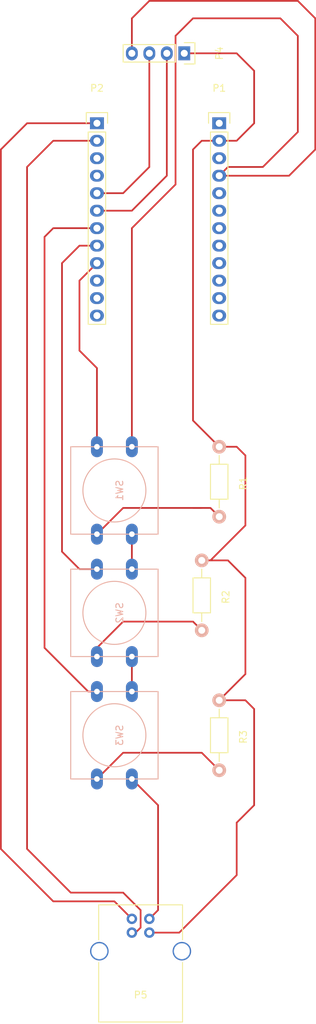
<source format=kicad_pcb>
(kicad_pcb (version 4) (host pcbnew 4.0.4-stable)

  (general
    (links 27)
    (no_connects 7)
    (area 87.304999 45.394999 127.325002 179.305001)
    (thickness 1.6)
    (drawings 0)
    (tracks 97)
    (zones 0)
    (modules 10)
    (nets 26)
  )

  (page A4)
  (layers
    (0 F.Cu signal)
    (31 B.Cu signal)
    (32 B.Adhes user)
    (33 F.Adhes user)
    (34 B.Paste user)
    (35 F.Paste user)
    (36 B.SilkS user)
    (37 F.SilkS user)
    (38 B.Mask user)
    (39 F.Mask user)
    (40 Dwgs.User user)
    (41 Cmts.User user)
    (42 Eco1.User user)
    (43 Eco2.User user)
    (44 Edge.Cuts user)
    (45 Margin user)
    (46 B.CrtYd user)
    (47 F.CrtYd user)
    (48 B.Fab user)
    (49 F.Fab user)
  )

  (setup
    (last_trace_width 0.25)
    (trace_clearance 0.2)
    (zone_clearance 0.508)
    (zone_45_only no)
    (trace_min 0.2)
    (segment_width 0.2)
    (edge_width 0.15)
    (via_size 0.6)
    (via_drill 0.4)
    (via_min_size 0.4)
    (via_min_drill 0.3)
    (uvia_size 0.3)
    (uvia_drill 0.1)
    (uvias_allowed no)
    (uvia_min_size 0.2)
    (uvia_min_drill 0.1)
    (pcb_text_width 0.3)
    (pcb_text_size 1.5 1.5)
    (mod_edge_width 0.15)
    (mod_text_size 1 1)
    (mod_text_width 0.15)
    (pad_size 1.524 1.524)
    (pad_drill 0.762)
    (pad_to_mask_clearance 0.2)
    (aux_axis_origin 0 0)
    (visible_elements 7FFFFFFF)
    (pcbplotparams
      (layerselection 0x00030_80000001)
      (usegerberextensions false)
      (excludeedgelayer true)
      (linewidth 0.100000)
      (plotframeref false)
      (viasonmask false)
      (mode 1)
      (useauxorigin false)
      (hpglpennumber 1)
      (hpglpenspeed 20)
      (hpglpendiameter 15)
      (hpglpenoverlay 2)
      (psnegative false)
      (psa4output false)
      (plotreference true)
      (plotvalue true)
      (plotinvisibletext false)
      (padsonsilk false)
      (subtractmaskfromsilk false)
      (outputformat 1)
      (mirror false)
      (drillshape 1)
      (scaleselection 1)
      (outputdirectory ""))
  )

  (net 0 "")
  (net 1 10)
  (net 2 GND)
  (net 3 "Net-(P1-Pad1)")
  (net 4 "Net-(P1-Pad3)")
  (net 5 PWR)
  (net 6 A2)
  (net 7 A1)
  (net 8 A0)
  (net 9 13)
  (net 10 12)
  (net 11 11)
  (net 12 "Net-(P2-Pad3)")
  (net 13 2)
  (net 14 4)
  (net 15 5)
  (net 16 6)
  (net 17 7)
  (net 18 8)
  (net 19 9)
  (net 20 A3)
  (net 21 3)
  (net 22 "Net-(P2-Pad4)")
  (net 23 TX)
  (net 24 RX)
  (net 25 "Net-(P5-Pad5)")

  (net_class Default "This is the default net class."
    (clearance 0.2)
    (trace_width 0.25)
    (via_dia 0.6)
    (via_drill 0.4)
    (uvia_dia 0.3)
    (uvia_drill 0.1)
    (add_net 10)
    (add_net 11)
    (add_net 12)
    (add_net 13)
    (add_net 2)
    (add_net 3)
    (add_net 4)
    (add_net 5)
    (add_net 6)
    (add_net 7)
    (add_net 8)
    (add_net 9)
    (add_net A0)
    (add_net A1)
    (add_net A2)
    (add_net A3)
    (add_net GND)
    (add_net "Net-(P1-Pad1)")
    (add_net "Net-(P1-Pad3)")
    (add_net "Net-(P2-Pad3)")
    (add_net "Net-(P2-Pad4)")
    (add_net "Net-(P5-Pad5)")
    (add_net PWR)
    (add_net RX)
    (add_net TX)
  )

  (module Buttons_Switches_ThroughHole:SW_PUSH-12mm (layer B.Cu) (tedit 53FD9538) (tstamp 584646D3)
    (at 104.14 113.03 90)
    (path /58406ACB)
    (fp_text reference SW1 (at 0 0.762 90) (layer B.SilkS)
      (effects (font (size 1 1) (thickness 0.15)) (justify mirror))
    )
    (fp_text value SW_PUSH_R (at 0 -1.016 90) (layer B.Fab)
      (effects (font (size 1 1) (thickness 0.15)) (justify mirror))
    )
    (fp_circle (center 0 0) (end 3.81 -2.54) (layer B.SilkS) (width 0.15))
    (fp_line (start -6.35 6.35) (end 6.35 6.35) (layer B.SilkS) (width 0.15))
    (fp_line (start 6.35 6.35) (end 6.35 -6.35) (layer B.SilkS) (width 0.15))
    (fp_line (start 6.35 -6.35) (end -6.35 -6.35) (layer B.SilkS) (width 0.15))
    (fp_line (start -6.35 -6.35) (end -6.35 6.35) (layer B.SilkS) (width 0.15))
    (pad 1 thru_hole oval (at 6.35 2.54 90) (size 3.048 1.7272) (drill 0.8128) (layers *.Cu *.Mask)
      (net 5 PWR))
    (pad 2 thru_hole oval (at 6.35 -2.54 90) (size 3.048 1.7272) (drill 0.8128) (layers *.Cu *.Mask)
      (net 16 6))
    (pad 1 thru_hole oval (at -6.35 2.54 90) (size 3.048 1.7272) (drill 0.8128) (layers *.Cu *.Mask)
      (net 5 PWR))
    (pad 2 thru_hole oval (at -6.35 -2.54 90) (size 3.048 1.7272) (drill 0.8128) (layers *.Cu *.Mask)
      (net 16 6))
    (model Buttons_Switches_ThroughHole.3dshapes/SW_PUSH-12mm.wrl
      (at (xyz 0 0 0))
      (scale (xyz 4 4 4))
      (rotate (xyz 0 0 0))
    )
  )

  (module Pin_Headers:Pin_Header_Straight_1x12 (layer F.Cu) (tedit 0) (tstamp 58464675)
    (at 119.38 59.69)
    (descr "Through hole pin header")
    (tags "pin header")
    (path /5834738F)
    (fp_text reference P1 (at 0 -5.1) (layer F.SilkS)
      (effects (font (size 1 1) (thickness 0.15)))
    )
    (fp_text value arduino_mini (at 0 -3.1) (layer F.Fab)
      (effects (font (size 1 1) (thickness 0.15)))
    )
    (fp_line (start -1.75 -1.75) (end -1.75 29.7) (layer F.CrtYd) (width 0.05))
    (fp_line (start 1.75 -1.75) (end 1.75 29.7) (layer F.CrtYd) (width 0.05))
    (fp_line (start -1.75 -1.75) (end 1.75 -1.75) (layer F.CrtYd) (width 0.05))
    (fp_line (start -1.75 29.7) (end 1.75 29.7) (layer F.CrtYd) (width 0.05))
    (fp_line (start 1.27 1.27) (end 1.27 29.21) (layer F.SilkS) (width 0.15))
    (fp_line (start 1.27 29.21) (end -1.27 29.21) (layer F.SilkS) (width 0.15))
    (fp_line (start -1.27 29.21) (end -1.27 1.27) (layer F.SilkS) (width 0.15))
    (fp_line (start 1.55 -1.55) (end 1.55 0) (layer F.SilkS) (width 0.15))
    (fp_line (start 1.27 1.27) (end -1.27 1.27) (layer F.SilkS) (width 0.15))
    (fp_line (start -1.55 0) (end -1.55 -1.55) (layer F.SilkS) (width 0.15))
    (fp_line (start -1.55 -1.55) (end 1.55 -1.55) (layer F.SilkS) (width 0.15))
    (pad 1 thru_hole rect (at 0 0) (size 2.032 1.7272) (drill 1.016) (layers *.Cu *.Mask)
      (net 3 "Net-(P1-Pad1)"))
    (pad 2 thru_hole oval (at 0 2.54) (size 2.032 1.7272) (drill 1.016) (layers *.Cu *.Mask)
      (net 2 GND))
    (pad 3 thru_hole oval (at 0 5.08) (size 2.032 1.7272) (drill 1.016) (layers *.Cu *.Mask)
      (net 4 "Net-(P1-Pad3)"))
    (pad 4 thru_hole oval (at 0 7.62) (size 2.032 1.7272) (drill 1.016) (layers *.Cu *.Mask)
      (net 5 PWR))
    (pad 5 thru_hole oval (at 0 10.16) (size 2.032 1.7272) (drill 1.016) (layers *.Cu *.Mask)
      (net 20 A3))
    (pad 6 thru_hole oval (at 0 12.7) (size 2.032 1.7272) (drill 1.016) (layers *.Cu *.Mask)
      (net 6 A2))
    (pad 7 thru_hole oval (at 0 15.24) (size 2.032 1.7272) (drill 1.016) (layers *.Cu *.Mask)
      (net 7 A1))
    (pad 8 thru_hole oval (at 0 17.78) (size 2.032 1.7272) (drill 1.016) (layers *.Cu *.Mask)
      (net 8 A0))
    (pad 9 thru_hole oval (at 0 20.32) (size 2.032 1.7272) (drill 1.016) (layers *.Cu *.Mask)
      (net 9 13))
    (pad 10 thru_hole oval (at 0 22.86) (size 2.032 1.7272) (drill 1.016) (layers *.Cu *.Mask)
      (net 10 12))
    (pad 11 thru_hole oval (at 0 25.4) (size 2.032 1.7272) (drill 1.016) (layers *.Cu *.Mask)
      (net 11 11))
    (pad 12 thru_hole oval (at 0 27.94) (size 2.032 1.7272) (drill 1.016) (layers *.Cu *.Mask)
      (net 1 10))
    (model Pin_Headers.3dshapes/Pin_Header_Straight_1x12.wrl
      (at (xyz 0 -0.55 0))
      (scale (xyz 1 1 1))
      (rotate (xyz 0 0 90))
    )
  )

  (module Pin_Headers:Pin_Header_Straight_1x12 (layer F.Cu) (tedit 0) (tstamp 58464685)
    (at 101.6 59.69)
    (descr "Through hole pin header")
    (tags "pin header")
    (path /58347303)
    (fp_text reference P2 (at 0 -5.1) (layer F.SilkS)
      (effects (font (size 1 1) (thickness 0.15)))
    )
    (fp_text value arduino_mini (at 0 -3.1) (layer F.Fab)
      (effects (font (size 1 1) (thickness 0.15)))
    )
    (fp_line (start -1.75 -1.75) (end -1.75 29.7) (layer F.CrtYd) (width 0.05))
    (fp_line (start 1.75 -1.75) (end 1.75 29.7) (layer F.CrtYd) (width 0.05))
    (fp_line (start -1.75 -1.75) (end 1.75 -1.75) (layer F.CrtYd) (width 0.05))
    (fp_line (start -1.75 29.7) (end 1.75 29.7) (layer F.CrtYd) (width 0.05))
    (fp_line (start 1.27 1.27) (end 1.27 29.21) (layer F.SilkS) (width 0.15))
    (fp_line (start 1.27 29.21) (end -1.27 29.21) (layer F.SilkS) (width 0.15))
    (fp_line (start -1.27 29.21) (end -1.27 1.27) (layer F.SilkS) (width 0.15))
    (fp_line (start 1.55 -1.55) (end 1.55 0) (layer F.SilkS) (width 0.15))
    (fp_line (start 1.27 1.27) (end -1.27 1.27) (layer F.SilkS) (width 0.15))
    (fp_line (start -1.55 0) (end -1.55 -1.55) (layer F.SilkS) (width 0.15))
    (fp_line (start -1.55 -1.55) (end 1.55 -1.55) (layer F.SilkS) (width 0.15))
    (pad 1 thru_hole rect (at 0 0) (size 2.032 1.7272) (drill 1.016) (layers *.Cu *.Mask)
      (net 23 TX))
    (pad 2 thru_hole oval (at 0 2.54) (size 2.032 1.7272) (drill 1.016) (layers *.Cu *.Mask)
      (net 24 RX))
    (pad 3 thru_hole oval (at 0 5.08) (size 2.032 1.7272) (drill 1.016) (layers *.Cu *.Mask)
      (net 12 "Net-(P2-Pad3)"))
    (pad 4 thru_hole oval (at 0 7.62) (size 2.032 1.7272) (drill 1.016) (layers *.Cu *.Mask)
      (net 22 "Net-(P2-Pad4)"))
    (pad 5 thru_hole oval (at 0 10.16) (size 2.032 1.7272) (drill 1.016) (layers *.Cu *.Mask)
      (net 13 2))
    (pad 6 thru_hole oval (at 0 12.7) (size 2.032 1.7272) (drill 1.016) (layers *.Cu *.Mask)
      (net 21 3))
    (pad 7 thru_hole oval (at 0 15.24) (size 2.032 1.7272) (drill 1.016) (layers *.Cu *.Mask)
      (net 14 4))
    (pad 8 thru_hole oval (at 0 17.78) (size 2.032 1.7272) (drill 1.016) (layers *.Cu *.Mask)
      (net 15 5))
    (pad 9 thru_hole oval (at 0 20.32) (size 2.032 1.7272) (drill 1.016) (layers *.Cu *.Mask)
      (net 16 6))
    (pad 10 thru_hole oval (at 0 22.86) (size 2.032 1.7272) (drill 1.016) (layers *.Cu *.Mask)
      (net 17 7))
    (pad 11 thru_hole oval (at 0 25.4) (size 2.032 1.7272) (drill 1.016) (layers *.Cu *.Mask)
      (net 18 8))
    (pad 12 thru_hole oval (at 0 27.94) (size 2.032 1.7272) (drill 1.016) (layers *.Cu *.Mask)
      (net 19 9))
    (model Pin_Headers.3dshapes/Pin_Header_Straight_1x12.wrl
      (at (xyz 0 -0.55 0))
      (scale (xyz 1 1 1))
      (rotate (xyz 0 0 90))
    )
  )

  (module Pin_Headers:Pin_Header_Straight_1x04 (layer F.Cu) (tedit 0) (tstamp 58464696)
    (at 114.3 49.53 270)
    (descr "Through hole pin header")
    (tags "pin header")
    (path /5840776A)
    (fp_text reference P4 (at 0 -5.1 270) (layer F.SilkS)
      (effects (font (size 1 1) (thickness 0.15)))
    )
    (fp_text value DOTSTAR (at 0 -3.1 270) (layer F.Fab)
      (effects (font (size 1 1) (thickness 0.15)))
    )
    (fp_line (start -1.75 -1.75) (end -1.75 9.4) (layer F.CrtYd) (width 0.05))
    (fp_line (start 1.75 -1.75) (end 1.75 9.4) (layer F.CrtYd) (width 0.05))
    (fp_line (start -1.75 -1.75) (end 1.75 -1.75) (layer F.CrtYd) (width 0.05))
    (fp_line (start -1.75 9.4) (end 1.75 9.4) (layer F.CrtYd) (width 0.05))
    (fp_line (start -1.27 1.27) (end -1.27 8.89) (layer F.SilkS) (width 0.15))
    (fp_line (start 1.27 1.27) (end 1.27 8.89) (layer F.SilkS) (width 0.15))
    (fp_line (start 1.55 -1.55) (end 1.55 0) (layer F.SilkS) (width 0.15))
    (fp_line (start -1.27 8.89) (end 1.27 8.89) (layer F.SilkS) (width 0.15))
    (fp_line (start 1.27 1.27) (end -1.27 1.27) (layer F.SilkS) (width 0.15))
    (fp_line (start -1.55 0) (end -1.55 -1.55) (layer F.SilkS) (width 0.15))
    (fp_line (start -1.55 -1.55) (end 1.55 -1.55) (layer F.SilkS) (width 0.15))
    (pad 1 thru_hole rect (at 0 0 270) (size 2.032 1.7272) (drill 1.016) (layers *.Cu *.Mask)
      (net 2 GND))
    (pad 2 thru_hole oval (at 0 2.54 270) (size 2.032 1.7272) (drill 1.016) (layers *.Cu *.Mask)
      (net 21 3))
    (pad 3 thru_hole oval (at 0 5.08 270) (size 2.032 1.7272) (drill 1.016) (layers *.Cu *.Mask)
      (net 13 2))
    (pad 4 thru_hole oval (at 0 7.62 270) (size 2.032 1.7272) (drill 1.016) (layers *.Cu *.Mask)
      (net 5 PWR))
    (model Pin_Headers.3dshapes/Pin_Header_Straight_1x04.wrl
      (at (xyz 0 -0.15 0))
      (scale (xyz 1 1 1))
      (rotate (xyz 0 0 90))
    )
  )

  (module Resistors_ThroughHole:Resistor_Horizontal_RM10mm (layer F.Cu) (tedit 56648415) (tstamp 584646A6)
    (at 119.38 106.68 270)
    (descr "Resistor, Axial,  RM 10mm, 1/3W")
    (tags "Resistor Axial RM 10mm 1/3W")
    (path /58406A0D)
    (fp_text reference R1 (at 5.32892 -3.50012 270) (layer F.SilkS)
      (effects (font (size 1 1) (thickness 0.15)))
    )
    (fp_text value R (at 5.08 3.81 270) (layer F.Fab)
      (effects (font (size 1 1) (thickness 0.15)))
    )
    (fp_line (start -1.25 -1.5) (end 11.4 -1.5) (layer F.CrtYd) (width 0.05))
    (fp_line (start -1.25 1.5) (end -1.25 -1.5) (layer F.CrtYd) (width 0.05))
    (fp_line (start 11.4 -1.5) (end 11.4 1.5) (layer F.CrtYd) (width 0.05))
    (fp_line (start -1.25 1.5) (end 11.4 1.5) (layer F.CrtYd) (width 0.05))
    (fp_line (start 2.54 -1.27) (end 7.62 -1.27) (layer F.SilkS) (width 0.15))
    (fp_line (start 7.62 -1.27) (end 7.62 1.27) (layer F.SilkS) (width 0.15))
    (fp_line (start 7.62 1.27) (end 2.54 1.27) (layer F.SilkS) (width 0.15))
    (fp_line (start 2.54 1.27) (end 2.54 -1.27) (layer F.SilkS) (width 0.15))
    (fp_line (start 2.54 0) (end 1.27 0) (layer F.SilkS) (width 0.15))
    (fp_line (start 7.62 0) (end 8.89 0) (layer F.SilkS) (width 0.15))
    (pad 1 thru_hole circle (at 0 0 270) (size 1.99898 1.99898) (drill 1.00076) (layers *.Cu *.SilkS *.Mask)
      (net 2 GND))
    (pad 2 thru_hole circle (at 10.16 0 270) (size 1.99898 1.99898) (drill 1.00076) (layers *.Cu *.SilkS *.Mask)
      (net 16 6))
    (model Resistors_ThroughHole.3dshapes/Resistor_Horizontal_RM10mm.wrl
      (at (xyz 0.2 0 0))
      (scale (xyz 0.4 0.4 0.4))
      (rotate (xyz 0 0 0))
    )
  )

  (module Resistors_ThroughHole:Resistor_Horizontal_RM10mm (layer F.Cu) (tedit 56648415) (tstamp 584646B6)
    (at 116.84 123.19 270)
    (descr "Resistor, Axial,  RM 10mm, 1/3W")
    (tags "Resistor Axial RM 10mm 1/3W")
    (path /58406D61)
    (fp_text reference R2 (at 5.32892 -3.50012 270) (layer F.SilkS)
      (effects (font (size 1 1) (thickness 0.15)))
    )
    (fp_text value R (at 5.08 3.81 270) (layer F.Fab)
      (effects (font (size 1 1) (thickness 0.15)))
    )
    (fp_line (start -1.25 -1.5) (end 11.4 -1.5) (layer F.CrtYd) (width 0.05))
    (fp_line (start -1.25 1.5) (end -1.25 -1.5) (layer F.CrtYd) (width 0.05))
    (fp_line (start 11.4 -1.5) (end 11.4 1.5) (layer F.CrtYd) (width 0.05))
    (fp_line (start -1.25 1.5) (end 11.4 1.5) (layer F.CrtYd) (width 0.05))
    (fp_line (start 2.54 -1.27) (end 7.62 -1.27) (layer F.SilkS) (width 0.15))
    (fp_line (start 7.62 -1.27) (end 7.62 1.27) (layer F.SilkS) (width 0.15))
    (fp_line (start 7.62 1.27) (end 2.54 1.27) (layer F.SilkS) (width 0.15))
    (fp_line (start 2.54 1.27) (end 2.54 -1.27) (layer F.SilkS) (width 0.15))
    (fp_line (start 2.54 0) (end 1.27 0) (layer F.SilkS) (width 0.15))
    (fp_line (start 7.62 0) (end 8.89 0) (layer F.SilkS) (width 0.15))
    (pad 1 thru_hole circle (at 0 0 270) (size 1.99898 1.99898) (drill 1.00076) (layers *.Cu *.SilkS *.Mask)
      (net 2 GND))
    (pad 2 thru_hole circle (at 10.16 0 270) (size 1.99898 1.99898) (drill 1.00076) (layers *.Cu *.SilkS *.Mask)
      (net 15 5))
    (model Resistors_ThroughHole.3dshapes/Resistor_Horizontal_RM10mm.wrl
      (at (xyz 0.2 0 0))
      (scale (xyz 0.4 0.4 0.4))
      (rotate (xyz 0 0 0))
    )
  )

  (module Resistors_ThroughHole:Resistor_Horizontal_RM10mm (layer F.Cu) (tedit 56648415) (tstamp 584646C6)
    (at 119.38 143.51 270)
    (descr "Resistor, Axial,  RM 10mm, 1/3W")
    (tags "Resistor Axial RM 10mm 1/3W")
    (path /58406E3E)
    (fp_text reference R3 (at 5.32892 -3.50012 270) (layer F.SilkS)
      (effects (font (size 1 1) (thickness 0.15)))
    )
    (fp_text value R (at 5.08 3.81 270) (layer F.Fab)
      (effects (font (size 1 1) (thickness 0.15)))
    )
    (fp_line (start -1.25 -1.5) (end 11.4 -1.5) (layer F.CrtYd) (width 0.05))
    (fp_line (start -1.25 1.5) (end -1.25 -1.5) (layer F.CrtYd) (width 0.05))
    (fp_line (start 11.4 -1.5) (end 11.4 1.5) (layer F.CrtYd) (width 0.05))
    (fp_line (start -1.25 1.5) (end 11.4 1.5) (layer F.CrtYd) (width 0.05))
    (fp_line (start 2.54 -1.27) (end 7.62 -1.27) (layer F.SilkS) (width 0.15))
    (fp_line (start 7.62 -1.27) (end 7.62 1.27) (layer F.SilkS) (width 0.15))
    (fp_line (start 7.62 1.27) (end 2.54 1.27) (layer F.SilkS) (width 0.15))
    (fp_line (start 2.54 1.27) (end 2.54 -1.27) (layer F.SilkS) (width 0.15))
    (fp_line (start 2.54 0) (end 1.27 0) (layer F.SilkS) (width 0.15))
    (fp_line (start 7.62 0) (end 8.89 0) (layer F.SilkS) (width 0.15))
    (pad 1 thru_hole circle (at 0 0 270) (size 1.99898 1.99898) (drill 1.00076) (layers *.Cu *.SilkS *.Mask)
      (net 2 GND))
    (pad 2 thru_hole circle (at 10.16 0 270) (size 1.99898 1.99898) (drill 1.00076) (layers *.Cu *.SilkS *.Mask)
      (net 14 4))
    (model Resistors_ThroughHole.3dshapes/Resistor_Horizontal_RM10mm.wrl
      (at (xyz 0.2 0 0))
      (scale (xyz 0.4 0.4 0.4))
      (rotate (xyz 0 0 0))
    )
  )

  (module Buttons_Switches_ThroughHole:SW_PUSH-12mm (layer B.Cu) (tedit 53FD9538) (tstamp 584646E0)
    (at 104.14 130.81 90)
    (path /58406D67)
    (fp_text reference SW2 (at 0 0.762 90) (layer B.SilkS)
      (effects (font (size 1 1) (thickness 0.15)) (justify mirror))
    )
    (fp_text value SW_PUSH_B (at 0 -1.016 90) (layer B.Fab)
      (effects (font (size 1 1) (thickness 0.15)) (justify mirror))
    )
    (fp_circle (center 0 0) (end 3.81 -2.54) (layer B.SilkS) (width 0.15))
    (fp_line (start -6.35 6.35) (end 6.35 6.35) (layer B.SilkS) (width 0.15))
    (fp_line (start 6.35 6.35) (end 6.35 -6.35) (layer B.SilkS) (width 0.15))
    (fp_line (start 6.35 -6.35) (end -6.35 -6.35) (layer B.SilkS) (width 0.15))
    (fp_line (start -6.35 -6.35) (end -6.35 6.35) (layer B.SilkS) (width 0.15))
    (pad 1 thru_hole oval (at 6.35 2.54 90) (size 3.048 1.7272) (drill 0.8128) (layers *.Cu *.Mask)
      (net 5 PWR))
    (pad 2 thru_hole oval (at 6.35 -2.54 90) (size 3.048 1.7272) (drill 0.8128) (layers *.Cu *.Mask)
      (net 15 5))
    (pad 1 thru_hole oval (at -6.35 2.54 90) (size 3.048 1.7272) (drill 0.8128) (layers *.Cu *.Mask)
      (net 5 PWR))
    (pad 2 thru_hole oval (at -6.35 -2.54 90) (size 3.048 1.7272) (drill 0.8128) (layers *.Cu *.Mask)
      (net 15 5))
    (model Buttons_Switches_ThroughHole.3dshapes/SW_PUSH-12mm.wrl
      (at (xyz 0 0 0))
      (scale (xyz 4 4 4))
      (rotate (xyz 0 0 0))
    )
  )

  (module Buttons_Switches_ThroughHole:SW_PUSH-12mm (layer B.Cu) (tedit 53FD9538) (tstamp 584646ED)
    (at 104.14 148.59 90)
    (path /58406E44)
    (fp_text reference SW3 (at 0 0.762 90) (layer B.SilkS)
      (effects (font (size 1 1) (thickness 0.15)) (justify mirror))
    )
    (fp_text value SW_PUSH_G (at 0 -1.016 90) (layer B.Fab)
      (effects (font (size 1 1) (thickness 0.15)) (justify mirror))
    )
    (fp_circle (center 0 0) (end 3.81 -2.54) (layer B.SilkS) (width 0.15))
    (fp_line (start -6.35 6.35) (end 6.35 6.35) (layer B.SilkS) (width 0.15))
    (fp_line (start 6.35 6.35) (end 6.35 -6.35) (layer B.SilkS) (width 0.15))
    (fp_line (start 6.35 -6.35) (end -6.35 -6.35) (layer B.SilkS) (width 0.15))
    (fp_line (start -6.35 -6.35) (end -6.35 6.35) (layer B.SilkS) (width 0.15))
    (pad 1 thru_hole oval (at 6.35 2.54 90) (size 3.048 1.7272) (drill 0.8128) (layers *.Cu *.Mask)
      (net 5 PWR))
    (pad 2 thru_hole oval (at 6.35 -2.54 90) (size 3.048 1.7272) (drill 0.8128) (layers *.Cu *.Mask)
      (net 14 4))
    (pad 1 thru_hole oval (at -6.35 2.54 90) (size 3.048 1.7272) (drill 0.8128) (layers *.Cu *.Mask)
      (net 5 PWR))
    (pad 2 thru_hole oval (at -6.35 -2.54 90) (size 3.048 1.7272) (drill 0.8128) (layers *.Cu *.Mask)
      (net 14 4))
    (model Buttons_Switches_ThroughHole.3dshapes/SW_PUSH-12mm.wrl
      (at (xyz 0 0 0))
      (scale (xyz 4 4 4))
      (rotate (xyz 0 0 0))
    )
  )

  (module Connect:USB_B (layer F.Cu) (tedit 55B36073) (tstamp 5849AD49)
    (at 109.22 175.26 270)
    (descr "USB B connector")
    (tags "USB_B USB_DEV")
    (path /5849C52D)
    (fp_text reference P5 (at 11.049 1.27 360) (layer F.SilkS)
      (effects (font (size 1 1) (thickness 0.15)))
    )
    (fp_text value USB_B (at 4.699 1.27 360) (layer F.Fab)
      (effects (font (size 1 1) (thickness 0.15)))
    )
    (fp_line (start 15.25 8.9) (end -2.3 8.9) (layer F.CrtYd) (width 0.05))
    (fp_line (start -2.3 8.9) (end -2.3 -6.35) (layer F.CrtYd) (width 0.05))
    (fp_line (start -2.3 -6.35) (end 15.25 -6.35) (layer F.CrtYd) (width 0.05))
    (fp_line (start 15.25 -6.35) (end 15.25 8.9) (layer F.CrtYd) (width 0.05))
    (fp_line (start 6.35 7.366) (end 14.986 7.366) (layer F.SilkS) (width 0.15))
    (fp_line (start -2.032 7.366) (end 3.048 7.366) (layer F.SilkS) (width 0.15))
    (fp_line (start 6.35 -4.826) (end 14.986 -4.826) (layer F.SilkS) (width 0.15))
    (fp_line (start -2.032 -4.826) (end 3.048 -4.826) (layer F.SilkS) (width 0.15))
    (fp_line (start 14.986 -4.826) (end 14.986 7.366) (layer F.SilkS) (width 0.15))
    (fp_line (start -2.032 7.366) (end -2.032 -4.826) (layer F.SilkS) (width 0.15))
    (pad 2 thru_hole circle (at 0 2.54 180) (size 1.524 1.524) (drill 0.8128) (layers *.Cu *.Mask)
      (net 23 TX))
    (pad 1 thru_hole circle (at 0 0 180) (size 1.524 1.524) (drill 0.8128) (layers *.Cu *.Mask)
      (net 5 PWR))
    (pad 4 thru_hole circle (at 1.99898 0 180) (size 1.524 1.524) (drill 0.8128) (layers *.Cu *.Mask)
      (net 2 GND))
    (pad 3 thru_hole circle (at 1.99898 2.54 180) (size 1.524 1.524) (drill 0.8128) (layers *.Cu *.Mask)
      (net 24 RX))
    (pad 5 thru_hole circle (at 4.699 7.26948 180) (size 2.70002 2.70002) (drill 2.30124) (layers *.Cu *.Mask)
      (net 25 "Net-(P5-Pad5)"))
    (pad 5 thru_hole circle (at 4.699 -4.72948 180) (size 2.70002 2.70002) (drill 2.30124) (layers *.Cu *.Mask)
      (net 25 "Net-(P5-Pad5)"))
    (model Connect.3dshapes/USB_B.wrl
      (at (xyz 0.185 -0.05 0.001))
      (scale (xyz 0.3937 0.3937 0.3937))
      (rotate (xyz 0 0 -90))
    )
  )

  (segment (start 115.57 63.5) (end 115.57 102.87) (width 0.25) (layer F.Cu) (net 2))
  (segment (start 121.92 161.29) (end 121.92 168.91) (width 0.25) (layer F.Cu) (net 2))
  (segment (start 121.92 161.29) (end 124.46 158.75) (width 0.25) (layer F.Cu) (net 2) (tstamp 5849B040))
  (segment (start 124.46 158.75) (end 124.46 144.78) (width 0.25) (layer F.Cu) (net 2) (tstamp 5849B042))
  (segment (start 124.46 144.78) (end 123.19 143.51) (width 0.25) (layer F.Cu) (net 2) (tstamp 5849B044))
  (segment (start 119.38 143.51) (end 123.19 143.51) (width 0.25) (layer F.Cu) (net 2) (tstamp 5849B046))
  (segment (start 113.57102 177.25898) (end 109.22 177.25898) (width 0.25) (layer F.Cu) (net 2) (tstamp 5849C6D8) (status 800000))
  (segment (start 121.92 168.91) (end 113.57102 177.25898) (width 0.25) (layer F.Cu) (net 2) (tstamp 5849C6D1))
  (segment (start 116.84 123.19) (end 118.11 123.19) (width 0.25) (layer F.Cu) (net 2))
  (segment (start 123.19 118.11) (end 123.19 107.95) (width 0.25) (layer F.Cu) (net 2) (tstamp 5849B104))
  (segment (start 123.19 107.95) (end 121.92 106.68) (width 0.25) (layer F.Cu) (net 2) (tstamp 5849B106))
  (segment (start 121.92 106.68) (end 119.38 106.68) (width 0.25) (layer F.Cu) (net 2) (tstamp 5849B108))
  (segment (start 118.11 123.19) (end 123.19 118.11) (width 0.25) (layer F.Cu) (net 2) (tstamp 5849B102))
  (segment (start 116.84 62.23) (end 119.38 62.23) (width 0.25) (layer F.Cu) (net 2) (tstamp 5849B501))
  (segment (start 115.57 63.5) (end 116.84 62.23) (width 0.25) (layer F.Cu) (net 2) (tstamp 5849C743))
  (segment (start 119.38 106.68) (end 115.57 102.87) (width 0.25) (layer F.Cu) (net 2))
  (segment (start 114.3 49.53) (end 121.92 49.53) (width 0.25) (layer F.Cu) (net 2))
  (segment (start 121.92 62.23) (end 119.38 62.23) (width 0.25) (layer F.Cu) (net 2) (tstamp 5849B206))
  (segment (start 124.46 59.69) (end 121.92 62.23) (width 0.25) (layer F.Cu) (net 2) (tstamp 5849B204))
  (segment (start 124.46 52.07) (end 124.46 59.69) (width 0.25) (layer F.Cu) (net 2) (tstamp 5849B202))
  (segment (start 121.92 49.53) (end 124.46 52.07) (width 0.25) (layer F.Cu) (net 2) (tstamp 5849B200))
  (segment (start 120.65 123.19) (end 116.84 123.19) (width 0.25) (layer F.Cu) (net 2) (tstamp 5849B0FE))
  (segment (start 119.38 143.51) (end 123.19 139.7) (width 0.25) (layer F.Cu) (net 2))
  (segment (start 123.19 139.7) (end 123.19 125.73) (width 0.25) (layer F.Cu) (net 2) (tstamp 5849B0FB))
  (segment (start 123.19 125.73) (end 120.65 123.19) (width 0.25) (layer F.Cu) (net 2) (tstamp 5849B0FC))
  (segment (start 113.03 46.99) (end 115.57 44.45) (width 0.25) (layer F.Cu) (net 5))
  (segment (start 120.65 66.04) (end 119.38 67.31) (width 0.25) (layer F.Cu) (net 5) (tstamp 5849C76F) (status 800000))
  (segment (start 125.73 66.04) (end 120.65 66.04) (width 0.25) (layer F.Cu) (net 5) (tstamp 5849C76B))
  (segment (start 130.81 60.96) (end 125.73 66.04) (width 0.25) (layer F.Cu) (net 5) (tstamp 5849C769))
  (segment (start 130.81 46.99) (end 130.81 60.96) (width 0.25) (layer F.Cu) (net 5) (tstamp 5849C766))
  (segment (start 128.27 44.45) (end 130.81 46.99) (width 0.25) (layer F.Cu) (net 5) (tstamp 5849C764))
  (segment (start 115.57 44.45) (end 128.27 44.45) (width 0.25) (layer F.Cu) (net 5) (tstamp 5849C761))
  (segment (start 106.68 46.99) (end 106.68 44.45) (width 0.25) (layer F.Cu) (net 5))
  (segment (start 129.54 67.31) (end 119.38 67.31) (width 0.25) (layer F.Cu) (net 5) (tstamp 5849C758) (status 800000))
  (segment (start 133.35 63.5) (end 129.54 67.31) (width 0.25) (layer F.Cu) (net 5) (tstamp 5849C756))
  (segment (start 133.35 44.45) (end 133.35 63.5) (width 0.25) (layer F.Cu) (net 5) (tstamp 5849C754))
  (segment (start 130.81 41.91) (end 133.35 44.45) (width 0.25) (layer F.Cu) (net 5) (tstamp 5849C750))
  (segment (start 109.22 41.91) (end 130.81 41.91) (width 0.25) (layer F.Cu) (net 5) (tstamp 5849C74E))
  (segment (start 106.68 44.45) (end 109.22 41.91) (width 0.25) (layer F.Cu) (net 5) (tstamp 5849C74D))
  (segment (start 106.68 49.53) (end 106.68 46.99) (width 0.25) (layer F.Cu) (net 5))
  (segment (start 106.68 154.94) (end 110.49 158.75) (width 0.25) (layer F.Cu) (net 5) (status 400000))
  (segment (start 110.49 173.99) (end 109.22 175.26) (width 0.25) (layer F.Cu) (net 5) (tstamp 5849C6E4) (status 800000))
  (segment (start 110.49 158.75) (end 110.49 173.99) (width 0.25) (layer F.Cu) (net 5) (tstamp 5849C6DE))
  (segment (start 106.68 106.68) (end 106.68 74.93) (width 0.25) (layer F.Cu) (net 5))
  (segment (start 113.03 68.58) (end 113.03 46.99) (width 0.25) (layer F.Cu) (net 5) (tstamp 5849B7C3))
  (segment (start 106.68 74.93) (end 113.03 68.58) (width 0.25) (layer F.Cu) (net 5) (tstamp 5849B7C1))
  (segment (start 106.68 124.46) (end 106.68 119.38) (width 0.25) (layer F.Cu) (net 5))
  (segment (start 106.68 142.24) (end 106.68 137.16) (width 0.25) (layer F.Cu) (net 5))
  (segment (start 109.22 49.53) (end 109.22 66.04) (width 0.25) (layer F.Cu) (net 13))
  (segment (start 105.41 69.85) (end 101.6 69.85) (width 0.25) (layer F.Cu) (net 13) (tstamp 5849B21A))
  (segment (start 109.22 66.04) (end 105.41 69.85) (width 0.25) (layer F.Cu) (net 13) (tstamp 5849B218))
  (segment (start 101.6 142.24) (end 100.33 142.24) (width 0.25) (layer F.Cu) (net 14))
  (segment (start 95.25 74.93) (end 101.6 74.93) (width 0.25) (layer F.Cu) (net 14) (tstamp 5849B7BB))
  (segment (start 93.98 76.2) (end 95.25 74.93) (width 0.25) (layer F.Cu) (net 14) (tstamp 5849B7B9))
  (segment (start 93.98 135.89) (end 93.98 76.2) (width 0.25) (layer F.Cu) (net 14) (tstamp 5849B7B7))
  (segment (start 100.33 142.24) (end 93.98 135.89) (width 0.25) (layer F.Cu) (net 14) (tstamp 5849B7B5))
  (segment (start 101.6 154.94) (end 105.41 151.13) (width 0.25) (layer F.Cu) (net 14))
  (segment (start 116.84 151.13) (end 119.38 153.67) (width 0.25) (layer F.Cu) (net 14) (tstamp 5849B78B))
  (segment (start 114.3 151.13) (end 116.84 151.13) (width 0.25) (layer F.Cu) (net 14) (tstamp 5849B78A))
  (segment (start 105.41 151.13) (end 114.3 151.13) (width 0.25) (layer F.Cu) (net 14) (tstamp 5849B789))
  (segment (start 101.6 124.46) (end 99.06 124.46) (width 0.25) (layer F.Cu) (net 15))
  (segment (start 99.06 77.47) (end 101.6 77.47) (width 0.25) (layer F.Cu) (net 15) (tstamp 5849B7B1))
  (segment (start 96.52 80.01) (end 99.06 77.47) (width 0.25) (layer F.Cu) (net 15) (tstamp 5849B7AF))
  (segment (start 96.52 121.92) (end 96.52 80.01) (width 0.25) (layer F.Cu) (net 15) (tstamp 5849B7AD))
  (segment (start 99.06 124.46) (end 96.52 121.92) (width 0.25) (layer F.Cu) (net 15) (tstamp 5849B7AB))
  (segment (start 101.6 137.16) (end 101.6 135.89) (width 0.25) (layer F.Cu) (net 15))
  (segment (start 101.6 135.89) (end 105.41 132.08) (width 0.25) (layer F.Cu) (net 15) (tstamp 5849B792))
  (segment (start 105.41 132.08) (end 115.57 132.08) (width 0.25) (layer F.Cu) (net 15) (tstamp 5849B794))
  (segment (start 115.57 132.08) (end 116.84 133.35) (width 0.25) (layer F.Cu) (net 15) (tstamp 5849B796))
  (segment (start 99.06 82.55) (end 99.06 92.71) (width 0.25) (layer F.Cu) (net 16))
  (segment (start 101.6 106.68) (end 101.6 95.25) (width 0.25) (layer F.Cu) (net 16))
  (segment (start 101.6 95.25) (end 99.06 92.71) (width 0.25) (layer F.Cu) (net 16) (tstamp 5849B7A3))
  (segment (start 99.06 82.55) (end 101.6 80.01) (width 0.25) (layer F.Cu) (net 16) (tstamp 5849C728))
  (segment (start 101.6 119.38) (end 105.41 115.57) (width 0.25) (layer F.Cu) (net 16))
  (segment (start 118.11 115.57) (end 119.38 116.84) (width 0.25) (layer F.Cu) (net 16) (tstamp 5849B79F))
  (segment (start 115.57 115.57) (end 118.11 115.57) (width 0.25) (layer F.Cu) (net 16) (tstamp 5849B79E))
  (segment (start 116.84 115.57) (end 115.57 115.57) (width 0.25) (layer F.Cu) (net 16) (tstamp 5849B79D))
  (segment (start 105.41 115.57) (end 116.84 115.57) (width 0.25) (layer F.Cu) (net 16) (tstamp 5849B79C))
  (segment (start 111.76 49.53) (end 111.76 67.31) (width 0.25) (layer F.Cu) (net 21))
  (segment (start 106.68 72.39) (end 101.6 72.39) (width 0.25) (layer F.Cu) (net 21) (tstamp 5849B21F))
  (segment (start 111.76 67.31) (end 106.68 72.39) (width 0.25) (layer F.Cu) (net 21) (tstamp 5849B21E))
  (segment (start 106.68 175.26) (end 104.14 172.72) (width 0.25) (layer F.Cu) (net 23) (status 400000))
  (segment (start 95.25 172.72) (end 87.63 165.1) (width 0.25) (layer F.Cu) (net 23) (tstamp 5849B021))
  (segment (start 87.63 165.1) (end 87.63 63.5) (width 0.25) (layer F.Cu) (net 23) (tstamp 5849B023))
  (segment (start 87.63 63.5) (end 91.44 59.69) (width 0.25) (layer F.Cu) (net 23) (tstamp 5849B025))
  (segment (start 91.44 59.69) (end 101.6 59.69) (width 0.25) (layer F.Cu) (net 23) (tstamp 5849B027))
  (segment (start 104.14 172.72) (end 95.25 172.72) (width 0.25) (layer F.Cu) (net 23))
  (segment (start 106.13898 172.17898) (end 107.95 173.99) (width 0.25) (layer F.Cu) (net 24))
  (segment (start 101.6 62.23) (end 95.25 62.23) (width 0.25) (layer F.Cu) (net 24) (tstamp 5849B034))
  (segment (start 91.44 66.04) (end 95.25 62.23) (width 0.25) (layer F.Cu) (net 24) (tstamp 5849B032))
  (segment (start 91.44 165.1) (end 91.44 66.04) (width 0.25) (layer F.Cu) (net 24) (tstamp 5849B030))
  (segment (start 97.79 171.45) (end 91.44 165.1) (width 0.25) (layer F.Cu) (net 24) (tstamp 5849B02E))
  (segment (start 105.41 171.45) (end 97.79 171.45) (width 0.25) (layer F.Cu) (net 24) (tstamp 5849B02D))
  (segment (start 106.13898 172.17898) (end 105.41 171.45) (width 0.25) (layer F.Cu) (net 24) (tstamp 5849B02C))
  (segment (start 107.95 176.53) (end 107.22102 177.25898) (width 0.25) (layer F.Cu) (net 24) (tstamp 5849C6AB) (status 800000))
  (segment (start 107.95 173.99) (end 107.95 176.53) (width 0.25) (layer F.Cu) (net 24) (tstamp 5849C6A8))
  (segment (start 107.22102 177.25898) (end 106.68 177.25898) (width 0.25) (layer F.Cu) (net 24) (tstamp 5849C6AC) (status C00000))

)

</source>
